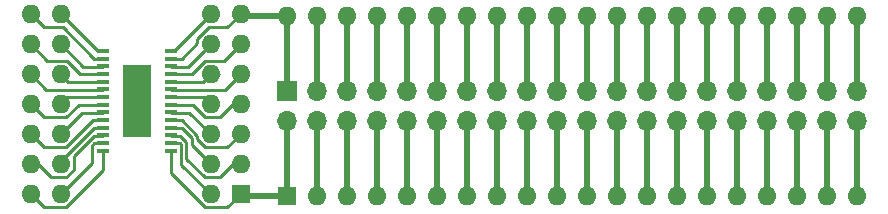
<source format=gbr>
%TF.GenerationSoftware,KiCad,Pcbnew,6.0.11*%
%TF.CreationDate,2024-12-01T18:54:20+01:00*%
%TF.ProjectId,MP6532_board_adapter,4d503635-3332-45f6-926f-6172645f6164,rev?*%
%TF.SameCoordinates,Original*%
%TF.FileFunction,Copper,L1,Top*%
%TF.FilePolarity,Positive*%
%FSLAX46Y46*%
G04 Gerber Fmt 4.6, Leading zero omitted, Abs format (unit mm)*
G04 Created by KiCad (PCBNEW 6.0.11) date 2024-12-01 18:54:20*
%MOMM*%
%LPD*%
G01*
G04 APERTURE LIST*
%TA.AperFunction,ComponentPad*%
%ADD10R,1.700000X1.700000*%
%TD*%
%TA.AperFunction,ComponentPad*%
%ADD11O,1.700000X1.700000*%
%TD*%
%TA.AperFunction,SMDPad,CuDef*%
%ADD12R,1.100000X0.400000*%
%TD*%
%TA.AperFunction,SMDPad,CuDef*%
%ADD13R,1.200000X1.542500*%
%TD*%
%TA.AperFunction,ComponentPad*%
%ADD14R,1.600000X1.600000*%
%TD*%
%TA.AperFunction,ComponentPad*%
%ADD15O,1.600000X1.600000*%
%TD*%
%TA.AperFunction,ComponentPad*%
%ADD16O,2.000000X4.500000*%
%TD*%
%TA.AperFunction,ViaPad*%
%ADD17C,0.800000*%
%TD*%
%TA.AperFunction,Conductor*%
%ADD18C,0.500000*%
%TD*%
%TA.AperFunction,Conductor*%
%ADD19C,0.250000*%
%TD*%
G04 APERTURE END LIST*
D10*
%TO.P,REF\u002A\u002A,1*%
%TO.N,N/C*%
X50750000Y-45310000D03*
D11*
%TO.P,REF\u002A\u002A,2*%
X50750000Y-47850000D03*
%TO.P,REF\u002A\u002A,3*%
%TO.N,/GLB*%
X53290000Y-45310000D03*
%TO.P,REF\u002A\u002A,4*%
%TO.N,/GLA*%
X53290000Y-47850000D03*
%TO.P,REF\u002A\u002A,5*%
%TO.N,/SHC*%
X55830000Y-45310000D03*
%TO.P,REF\u002A\u002A,6*%
%TO.N,/SHA*%
X55830000Y-47850000D03*
%TO.P,REF\u002A\u002A,7*%
%TO.N,N/C*%
X58370000Y-45310000D03*
%TO.P,REF\u002A\u002A,8*%
X58370000Y-47850000D03*
%TO.P,REF\u002A\u002A,9*%
X60910000Y-45310000D03*
%TO.P,REF\u002A\u002A,10*%
X60910000Y-47850000D03*
%TO.P,REF\u002A\u002A,11*%
X63450000Y-45310000D03*
%TO.P,REF\u002A\u002A,12*%
X63450000Y-47850000D03*
%TO.P,REF\u002A\u002A,13*%
X65990000Y-45310000D03*
%TO.P,REF\u002A\u002A,14*%
X65990000Y-47850000D03*
%TO.P,REF\u002A\u002A,15*%
X68530000Y-45310000D03*
%TO.P,REF\u002A\u002A,16*%
X68530000Y-47850000D03*
%TO.P,REF\u002A\u002A,17*%
X71070000Y-45310000D03*
%TO.P,REF\u002A\u002A,18*%
X71070000Y-47850000D03*
%TO.P,REF\u002A\u002A,19*%
X73610000Y-45310000D03*
%TO.P,REF\u002A\u002A,20*%
X73610000Y-47850000D03*
%TO.P,REF\u002A\u002A,21*%
X76150000Y-45310000D03*
%TO.P,REF\u002A\u002A,22*%
X76150000Y-47850000D03*
%TO.P,REF\u002A\u002A,23*%
X78690000Y-45310000D03*
%TO.P,REF\u002A\u002A,24*%
X78690000Y-47850000D03*
%TO.P,REF\u002A\u002A,25*%
X81230000Y-45310000D03*
%TO.P,REF\u002A\u002A,26*%
X81230000Y-47850000D03*
%TO.P,REF\u002A\u002A,27*%
X83770000Y-45310000D03*
%TO.P,REF\u002A\u002A,28*%
X83770000Y-47850000D03*
%TO.P,REF\u002A\u002A,29*%
X86310000Y-45310000D03*
%TO.P,REF\u002A\u002A,30*%
X86310000Y-47850000D03*
%TO.P,REF\u002A\u002A,31*%
X88850000Y-45310000D03*
%TO.P,REF\u002A\u002A,32*%
X88850000Y-47850000D03*
%TO.P,REF\u002A\u002A,33*%
X91390000Y-45310000D03*
%TO.P,REF\u002A\u002A,34*%
X91390000Y-47850000D03*
%TO.P,REF\u002A\u002A,35*%
X93930000Y-45310000D03*
%TO.P,REF\u002A\u002A,36*%
X93930000Y-47850000D03*
%TO.P,REF\u002A\u002A,37*%
X96470000Y-45310000D03*
%TO.P,REF\u002A\u002A,38*%
X96470000Y-47850000D03*
%TO.P,REF\u002A\u002A,39*%
X99010000Y-45310000D03*
%TO.P,REF\u002A\u002A,40*%
X99010000Y-47850000D03*
%TD*%
D12*
%TO.P,U1,1,VREG*%
%TO.N,/VREG*%
X40887991Y-50375250D03*
%TO.P,U1,2,BSTA*%
%TO.N,/BSTA*%
X40887991Y-49725250D03*
%TO.P,U1,3,SHA*%
%TO.N,/SHA*%
X40887991Y-49075250D03*
%TO.P,U1,4,GHA*%
%TO.N,/GHA*%
X40887991Y-48425250D03*
%TO.P,U1,5,GLA*%
%TO.N,/GLA*%
X40887991Y-47775250D03*
%TO.P,U1,6,BSTB*%
%TO.N,/BSTB*%
X40887991Y-47125250D03*
%TO.P,U1,7,SHB*%
%TO.N,/SHB*%
X40887991Y-46475250D03*
%TO.P,U1,8,GHB*%
%TO.N,/GHB*%
X40887991Y-45825250D03*
%TO.P,U1,9,GLB*%
%TO.N,/GLB*%
X40887991Y-45175250D03*
%TO.P,U1,10,BSTC*%
%TO.N,/BSTC*%
X40887991Y-44525250D03*
%TO.P,U1,11,SHC*%
%TO.N,/SHC*%
X40887991Y-43875250D03*
%TO.P,U1,12,GHC*%
%TO.N,/GHC*%
X40887991Y-43225250D03*
%TO.P,U1,13,GLC*%
%TO.N,/GLC*%
X40887991Y-42575250D03*
%TO.P,U1,14,LSS*%
%TO.N,LSS*%
X40887991Y-41925250D03*
%TO.P,U1,15,HC*%
%TO.N,/HC*%
X35187991Y-41925250D03*
%TO.P,U1,16,HB*%
%TO.N,/HB*%
X35187991Y-42575250D03*
%TO.P,U1,17,HA*%
%TO.N,/HA*%
X35187991Y-43225250D03*
%TO.P,U1,18,nBRAKE*%
%TO.N,/nBRAKE*%
X35187991Y-43875250D03*
%TO.P,U1,19,PWM*%
%TO.N,/PWM*%
X35187991Y-44525250D03*
%TO.P,U1,20,DIR*%
%TO.N,/DIR*%
X35187991Y-45175250D03*
%TO.P,U1,21,nFAULT*%
%TO.N,/nFAULT*%
X35187991Y-45825250D03*
%TO.P,U1,22,nSLEEP*%
%TO.N,/nSLEEP*%
X35187991Y-46475250D03*
%TO.P,U1,23,OCREF*%
%TO.N,/OCREF*%
X35187991Y-47125250D03*
%TO.P,U1,24,DT*%
%TO.N,/DT*%
X35187991Y-47775250D03*
%TO.P,U1,25,GND*%
%TO.N,GND*%
X35187991Y-48425250D03*
%TO.P,U1,26,VIN*%
%TO.N,VIN*%
X35187991Y-49075250D03*
%TO.P,U1,27,CPA*%
%TO.N,/CPA*%
X35187991Y-49725250D03*
%TO.P,U1,28,CPB*%
%TO.N,/CPB*%
X35187991Y-50375250D03*
D13*
%TO.P,U1,29,TPAD*%
%TO.N,GND*%
X38637991Y-45379000D03*
X38637991Y-43836500D03*
X38637991Y-46921500D03*
X37437991Y-46921500D03*
X38637991Y-48464000D03*
X37437991Y-43836500D03*
X37437991Y-48464000D03*
X37437991Y-45379000D03*
%TD*%
D14*
%TO.P,U2,1,VREG*%
%TO.N,/VREG*%
X46809991Y-54039000D03*
D15*
%TO.P,U2,2,BSTA*%
%TO.N,/BSTA*%
X44269991Y-54039000D03*
%TO.P,U2,3,SHA*%
%TO.N,/SHA*%
X46809991Y-51499000D03*
%TO.P,U2,4,GHA*%
%TO.N,/GHA*%
X44269991Y-51499000D03*
%TO.P,U2,5,GLA*%
%TO.N,/GLA*%
X46809991Y-48959000D03*
%TO.P,U2,6,BSTB*%
%TO.N,/BSTB*%
X44269991Y-48959000D03*
%TO.P,U2,7,SHB*%
%TO.N,/SHB*%
X46809991Y-46419000D03*
%TO.P,U2,8,GHB*%
%TO.N,/GHB*%
X44269991Y-46419000D03*
%TO.P,U2,9,GLB*%
%TO.N,/GLB*%
X46809991Y-43879000D03*
%TO.P,U2,10,BSTC*%
%TO.N,/BSTC*%
X44269991Y-43879000D03*
%TO.P,U2,11,SHC*%
%TO.N,/SHC*%
X46809991Y-41339000D03*
%TO.P,U2,12,GHC*%
%TO.N,/GHC*%
X44269991Y-41339000D03*
%TO.P,U2,13,GLC*%
%TO.N,/GLC*%
X46809991Y-38799000D03*
%TO.P,U2,14,LSS*%
%TO.N,LSS*%
X44269991Y-38799000D03*
%TO.P,U2,15,HC*%
%TO.N,/HC*%
X31569991Y-38799000D03*
%TO.P,U2,16,HB*%
%TO.N,/HB*%
X29029991Y-38799000D03*
%TO.P,U2,17,HA*%
%TO.N,/HA*%
X31569991Y-41339000D03*
%TO.P,U2,18,nBRAKE*%
%TO.N,/nBRAKE*%
X29029991Y-41339000D03*
%TO.P,U2,19,PWM*%
%TO.N,/PWM*%
X31569991Y-43879000D03*
%TO.P,U2,20,DIR*%
%TO.N,/DIR*%
X29029991Y-43879000D03*
%TO.P,U2,21,nFAULT*%
%TO.N,/nFAULT*%
X31569991Y-46419000D03*
%TO.P,U2,22,nSLEEP*%
%TO.N,/nSLEEP*%
X29029991Y-46419000D03*
%TO.P,U2,23,OCREF*%
%TO.N,/OCREF*%
X31569991Y-48959000D03*
%TO.P,U2,24,DT*%
%TO.N,/DT*%
X29029991Y-48959000D03*
%TO.P,U2,25,GND*%
%TO.N,GND*%
X31569991Y-51499000D03*
%TO.P,U2,26,VIN*%
%TO.N,VIN*%
X29029991Y-51499000D03*
%TO.P,U2,27,CPA*%
%TO.N,/CPA*%
X31569991Y-54039000D03*
%TO.P,U2,28,CPB*%
%TO.N,/CPB*%
X29029991Y-54039000D03*
%TD*%
D16*
%TO.P,H20,1,1*%
%TO.N,GND*%
X38037991Y-46109000D03*
%TD*%
D14*
%TO.P,REF\u002A\u002A,1*%
%TO.N,/VREG*%
X50725000Y-54225000D03*
D15*
%TO.P,REF\u002A\u002A,2*%
%TO.N,N/C*%
X53265000Y-54225000D03*
%TO.P,REF\u002A\u002A,3*%
X55805000Y-54225000D03*
%TO.P,REF\u002A\u002A,4*%
X58345000Y-54225000D03*
%TO.P,REF\u002A\u002A,5*%
X60885000Y-54225000D03*
%TO.P,REF\u002A\u002A,6*%
X63425000Y-54225000D03*
%TO.P,REF\u002A\u002A,7*%
X65965000Y-54225000D03*
%TO.P,REF\u002A\u002A,8*%
X68505000Y-54225000D03*
%TO.P,REF\u002A\u002A,9*%
X71045000Y-54225000D03*
%TO.P,REF\u002A\u002A,10*%
X73585000Y-54225000D03*
%TO.P,REF\u002A\u002A,11*%
X76125000Y-54225000D03*
%TO.P,REF\u002A\u002A,12*%
X78665000Y-54225000D03*
%TO.P,REF\u002A\u002A,13*%
X81205000Y-54225000D03*
%TO.P,REF\u002A\u002A,14*%
X83745000Y-54225000D03*
%TO.P,REF\u002A\u002A,15*%
X86285000Y-54225000D03*
%TO.P,REF\u002A\u002A,16*%
X88825000Y-54225000D03*
%TO.P,REF\u002A\u002A,17*%
X91365000Y-54225000D03*
%TO.P,REF\u002A\u002A,18*%
X93905000Y-54225000D03*
%TO.P,REF\u002A\u002A,19*%
X96445000Y-54225000D03*
%TO.P,REF\u002A\u002A,20*%
X98985000Y-54225000D03*
%TO.P,REF\u002A\u002A,21*%
X98985000Y-38985000D03*
%TO.P,REF\u002A\u002A,22*%
X96445000Y-38985000D03*
%TO.P,REF\u002A\u002A,23*%
X93905000Y-38985000D03*
%TO.P,REF\u002A\u002A,24*%
X91365000Y-38985000D03*
%TO.P,REF\u002A\u002A,25*%
X88825000Y-38985000D03*
%TO.P,REF\u002A\u002A,26*%
X86285000Y-38985000D03*
%TO.P,REF\u002A\u002A,27*%
X83745000Y-38985000D03*
%TO.P,REF\u002A\u002A,28*%
X81205000Y-38985000D03*
%TO.P,REF\u002A\u002A,29*%
X78665000Y-38985000D03*
%TO.P,REF\u002A\u002A,30*%
X76125000Y-38985000D03*
%TO.P,REF\u002A\u002A,31*%
X73585000Y-38985000D03*
%TO.P,REF\u002A\u002A,32*%
X71045000Y-38985000D03*
%TO.P,REF\u002A\u002A,33*%
X68505000Y-38985000D03*
%TO.P,REF\u002A\u002A,34*%
X65965000Y-38985000D03*
%TO.P,REF\u002A\u002A,35*%
X63425000Y-38985000D03*
%TO.P,REF\u002A\u002A,36*%
X60885000Y-38985000D03*
%TO.P,REF\u002A\u002A,37*%
X58345000Y-38985000D03*
%TO.P,REF\u002A\u002A,38*%
X55805000Y-38985000D03*
%TO.P,REF\u002A\u002A,39*%
X53265000Y-38985000D03*
%TO.P,REF\u002A\u002A,40*%
%TO.N,/GLC*%
X50725000Y-38985000D03*
%TD*%
D17*
%TO.N,GND*%
X38797991Y-48769000D03*
X37287991Y-48749000D03*
X38767991Y-43579000D03*
X37307991Y-43549000D03*
%TD*%
D18*
%TO.N,*%
X99010000Y-54200000D02*
X98985000Y-54225000D01*
X71045000Y-38985000D02*
X71045000Y-45285000D01*
X73585000Y-38985000D02*
X73585000Y-45285000D01*
X68505000Y-38985000D02*
X68505000Y-45285000D01*
X58345000Y-45285000D02*
X58370000Y-45310000D01*
X68530000Y-47850000D02*
X68530000Y-54200000D01*
X96470000Y-54200000D02*
X96445000Y-54225000D01*
X81230000Y-54200000D02*
X81205000Y-54225000D01*
X65965000Y-38985000D02*
X65965000Y-45285000D01*
X73610000Y-47850000D02*
X73610000Y-54200000D01*
X68505000Y-45285000D02*
X68530000Y-45310000D01*
X60885000Y-38985000D02*
X60885000Y-45285000D01*
X78690000Y-47850000D02*
X78690000Y-54200000D01*
X88825000Y-38985000D02*
X88825000Y-45285000D01*
X83770000Y-54200000D02*
X83745000Y-54225000D01*
X78665000Y-45285000D02*
X78690000Y-45310000D01*
X78665000Y-38985000D02*
X78665000Y-45285000D01*
X83745000Y-38985000D02*
X83745000Y-45285000D01*
X86285000Y-45285000D02*
X86310000Y-45310000D01*
X65965000Y-45285000D02*
X65990000Y-45310000D01*
X96445000Y-45285000D02*
X96470000Y-45310000D01*
X63425000Y-45285000D02*
X63450000Y-45310000D01*
X76125000Y-38985000D02*
X76125000Y-45285000D01*
X60885000Y-45285000D02*
X60910000Y-45310000D01*
X63450000Y-54200000D02*
X63425000Y-54225000D01*
X71070000Y-54200000D02*
X71045000Y-54225000D01*
X65990000Y-54200000D02*
X65965000Y-54225000D01*
X83745000Y-45285000D02*
X83770000Y-45310000D01*
X73610000Y-54200000D02*
X73585000Y-54225000D01*
X60910000Y-54200000D02*
X60885000Y-54225000D01*
X68530000Y-54200000D02*
X68505000Y-54225000D01*
X78690000Y-54200000D02*
X78665000Y-54225000D01*
X96470000Y-47850000D02*
X96470000Y-54200000D01*
X91365000Y-45285000D02*
X91390000Y-45310000D01*
X93905000Y-45285000D02*
X93930000Y-45310000D01*
X86310000Y-54200000D02*
X86285000Y-54225000D01*
X93905000Y-38985000D02*
X93905000Y-45285000D01*
X76150000Y-54200000D02*
X76125000Y-54225000D01*
X99010000Y-47850000D02*
X99010000Y-54200000D01*
X81205000Y-38985000D02*
X81205000Y-45285000D01*
X58370000Y-54200000D02*
X58345000Y-54225000D01*
X91390000Y-47850000D02*
X91390000Y-54200000D01*
X60910000Y-47850000D02*
X60910000Y-54200000D01*
X96445000Y-38985000D02*
X96445000Y-45285000D01*
X86310000Y-47850000D02*
X86310000Y-54200000D01*
X63450000Y-47850000D02*
X63450000Y-54200000D01*
X98985000Y-38985000D02*
X98985000Y-45285000D01*
X88850000Y-47850000D02*
X88850000Y-54200000D01*
X71070000Y-47850000D02*
X71070000Y-54200000D01*
X58345000Y-38985000D02*
X58345000Y-45285000D01*
X76125000Y-45285000D02*
X76150000Y-45310000D01*
X91365000Y-38985000D02*
X91365000Y-45285000D01*
X93930000Y-54200000D02*
X93905000Y-54225000D01*
X81205000Y-45285000D02*
X81230000Y-45310000D01*
X73585000Y-45285000D02*
X73610000Y-45310000D01*
X63425000Y-38985000D02*
X63425000Y-45285000D01*
X65990000Y-47850000D02*
X65990000Y-54200000D01*
X93930000Y-47850000D02*
X93930000Y-54200000D01*
X83770000Y-47850000D02*
X83770000Y-54200000D01*
X88825000Y-45285000D02*
X88850000Y-45310000D01*
X58370000Y-47850000D02*
X58370000Y-54200000D01*
X81230000Y-47850000D02*
X81230000Y-54200000D01*
X71045000Y-45285000D02*
X71070000Y-45310000D01*
X88850000Y-54200000D02*
X88825000Y-54225000D01*
X86285000Y-38985000D02*
X86285000Y-45285000D01*
X76150000Y-47850000D02*
X76150000Y-54200000D01*
X91390000Y-54200000D02*
X91365000Y-54225000D01*
X98985000Y-45285000D02*
X99010000Y-45310000D01*
D19*
%TO.N,GND*%
X34396991Y-48440000D02*
X31569991Y-51267000D01*
X31569991Y-51267000D02*
X31569991Y-51499000D01*
X35196991Y-48440000D02*
X34396991Y-48440000D01*
%TO.N,LSS*%
X41128991Y-41940000D02*
X44269991Y-38799000D01*
X40896991Y-41940000D02*
X41128991Y-41940000D01*
%TO.N,VIN*%
X30790681Y-52624000D02*
X29665681Y-51499000D01*
X32694991Y-50792000D02*
X32694991Y-51992000D01*
X35196991Y-49090000D02*
X34396991Y-49090000D01*
X32062991Y-52624000D02*
X30790681Y-52624000D01*
X32694991Y-51992000D02*
X32062991Y-52624000D01*
X29665681Y-51499000D02*
X29029991Y-51499000D01*
X34396991Y-49090000D02*
X32694991Y-50792000D01*
%TO.N,/SHA*%
X46174301Y-51499000D02*
X46809991Y-51499000D01*
X40896991Y-49090000D02*
X41696991Y-49090000D01*
X41696991Y-49090000D02*
X42221492Y-49614501D01*
D18*
X55830000Y-47850000D02*
X55830000Y-54200000D01*
D19*
X42221492Y-51041492D02*
X43804000Y-52624000D01*
X45049301Y-52624000D02*
X46174301Y-51499000D01*
X42221492Y-49614501D02*
X42221492Y-51041492D01*
X43804000Y-52624000D02*
X45049301Y-52624000D01*
D18*
X55830000Y-54200000D02*
X55805000Y-54225000D01*
D19*
%TO.N,/BSTA*%
X41771991Y-51541000D02*
X44269991Y-54039000D01*
X41771991Y-49815000D02*
X41771991Y-51541000D01*
X40896991Y-49740000D02*
X41696991Y-49740000D01*
X41696991Y-49740000D02*
X41771991Y-49815000D01*
%TO.N,/SHB*%
X46174301Y-46419000D02*
X46809991Y-46419000D01*
X43804000Y-47544000D02*
X45049301Y-47544000D01*
X40896991Y-46490000D02*
X42750000Y-46490000D01*
X42750000Y-46490000D02*
X43804000Y-47544000D01*
X45049301Y-47544000D02*
X46174301Y-46419000D01*
%TO.N,/SHC*%
X42668000Y-43890000D02*
X43804000Y-42754000D01*
X40896991Y-43890000D02*
X42668000Y-43890000D01*
D18*
X55805000Y-45285000D02*
X55830000Y-45310000D01*
X55805000Y-38985000D02*
X55805000Y-45285000D01*
D19*
X45394991Y-42754000D02*
X46809991Y-41339000D01*
X43804000Y-42754000D02*
X45394991Y-42754000D01*
%TO.N,/BSTB*%
X40896991Y-47140000D02*
X42450991Y-47140000D01*
X42450991Y-47140000D02*
X44269991Y-48959000D01*
%TO.N,/BSTC*%
X40896991Y-44540000D02*
X43608991Y-44540000D01*
X43608991Y-44540000D02*
X44269991Y-43879000D01*
X44977991Y-43879000D02*
X44269991Y-43879000D01*
%TO.N,/CPB*%
X35187991Y-50375250D02*
X35187991Y-52011991D01*
X32035982Y-55164000D02*
X30154991Y-55164000D01*
X29240453Y-54039000D02*
X29029991Y-54039000D01*
X30154991Y-55164000D02*
X29029991Y-54039000D01*
X35187991Y-52011991D02*
X32035982Y-55164000D01*
%TO.N,/CPA*%
X34217991Y-51391000D02*
X31569991Y-54039000D01*
X34423241Y-49740000D02*
X34217991Y-49945250D01*
X34217991Y-49945250D02*
X34217991Y-51391000D01*
X35196991Y-49740000D02*
X34423241Y-49740000D01*
%TO.N,/GHA*%
X42670993Y-49900002D02*
X44269991Y-51499000D01*
X41823991Y-48440000D02*
X42670993Y-49287002D01*
X40896991Y-48440000D02*
X41823991Y-48440000D01*
X42670993Y-49287002D02*
X42670993Y-49900002D01*
%TO.N,/GLA*%
X43126991Y-49093000D02*
X43126991Y-49337930D01*
X43205494Y-49416433D02*
X43205494Y-49485494D01*
X40896991Y-47790000D02*
X41823991Y-47790000D01*
X45684991Y-50084000D02*
X46809991Y-48959000D01*
X43205494Y-49485494D02*
X43804000Y-50084000D01*
D18*
X53290000Y-54200000D02*
X53265000Y-54225000D01*
D19*
X41823991Y-47790000D02*
X43126991Y-49093000D01*
D18*
X53290000Y-47850000D02*
X53290000Y-54200000D01*
D19*
X43126991Y-49337930D02*
X43205494Y-49416433D01*
X43804000Y-50084000D02*
X45684991Y-50084000D01*
%TO.N,/GHB*%
X43690991Y-45840000D02*
X44269991Y-46419000D01*
X40896991Y-45840000D02*
X43690991Y-45840000D01*
D18*
%TO.N,/GLB*%
X53265000Y-38985000D02*
X53265000Y-45285000D01*
D19*
X45498991Y-45190000D02*
X46809991Y-43879000D01*
X40896991Y-45190000D02*
X45498991Y-45190000D01*
D18*
X53265000Y-45285000D02*
X53290000Y-45310000D01*
D19*
%TO.N,/GHC*%
X40896991Y-43240000D02*
X42368991Y-43240000D01*
X42368991Y-43240000D02*
X44269991Y-41339000D01*
%TO.N,/GLC*%
X41823991Y-42590000D02*
X43144991Y-41269000D01*
D18*
X46995991Y-38985000D02*
X46809991Y-38799000D01*
D19*
X40896991Y-42590000D02*
X41823991Y-42590000D01*
X43144991Y-40873009D02*
X44094000Y-39924000D01*
X45684991Y-39924000D02*
X46809991Y-38799000D01*
D18*
X50725000Y-38985000D02*
X50725000Y-45285000D01*
X50725000Y-45285000D02*
X50750000Y-45310000D01*
D19*
X44094000Y-39924000D02*
X45684991Y-39924000D01*
D18*
X50725000Y-38985000D02*
X46995991Y-38985000D01*
D19*
X43144991Y-41269000D02*
X43144991Y-40873009D01*
%TO.N,/HA*%
X33470991Y-43240000D02*
X31569991Y-41339000D01*
X35196991Y-43240000D02*
X33470991Y-43240000D01*
%TO.N,/HB*%
X34397232Y-42575250D02*
X31751982Y-39930000D01*
X31751982Y-39930000D02*
X30160991Y-39930000D01*
X35187991Y-42575250D02*
X34397232Y-42575250D01*
X30160991Y-39930000D02*
X29029991Y-38799000D01*
%TO.N,/HC*%
X34710991Y-41940000D02*
X31569991Y-38799000D01*
X35196991Y-41940000D02*
X34710991Y-41940000D01*
D18*
%TO.N,/VREG*%
X50750000Y-54200000D02*
X50725000Y-54225000D01*
D19*
X43804000Y-55164000D02*
X45684991Y-55164000D01*
D18*
X46995991Y-54225000D02*
X46809991Y-54039000D01*
X50750000Y-47850000D02*
X50750000Y-54200000D01*
D19*
X45684991Y-55164000D02*
X46809991Y-54039000D01*
X40896991Y-52256991D02*
X43804000Y-55164000D01*
X40896991Y-50390000D02*
X40896991Y-52256991D01*
D18*
X50725000Y-54225000D02*
X46995991Y-54225000D01*
D19*
%TO.N,/nBRAKE*%
X35196991Y-43890000D02*
X33231991Y-43890000D01*
X33231991Y-43890000D02*
X32095991Y-42754000D01*
X32095991Y-42754000D02*
X30444991Y-42754000D01*
X30444991Y-42754000D02*
X29029991Y-41339000D01*
%TO.N,/PWM*%
X32230991Y-44540000D02*
X31569991Y-43879000D01*
X35196991Y-44540000D02*
X32230991Y-44540000D01*
%TO.N,/DIR*%
X35196991Y-45190000D02*
X30340991Y-45190000D01*
X30340991Y-45190000D02*
X29029991Y-43879000D01*
%TO.N,/nFAULT*%
X32148991Y-45840000D02*
X31569991Y-46419000D01*
X35196991Y-45840000D02*
X32148991Y-45840000D01*
%TO.N,/nSLEEP*%
X33089982Y-46490000D02*
X32030982Y-47549000D01*
X35196991Y-46490000D02*
X33089982Y-46490000D01*
X30159991Y-47549000D02*
X29029991Y-46419000D01*
X32030982Y-47549000D02*
X30159991Y-47549000D01*
%TO.N,/OCREF*%
X33388991Y-47140000D02*
X31569991Y-48959000D01*
X35196991Y-47140000D02*
X33388991Y-47140000D01*
%TO.N,/DT*%
X34329982Y-47790000D02*
X32030982Y-50089000D01*
X30159991Y-50089000D02*
X29029991Y-48959000D01*
X32030982Y-50089000D02*
X30159991Y-50089000D01*
X35196991Y-47790000D02*
X34329982Y-47790000D01*
%TD*%
M02*

</source>
